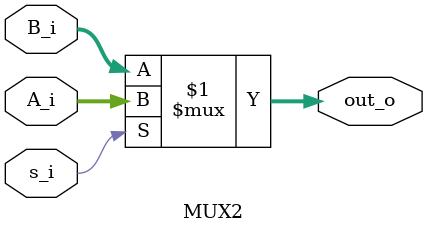
<source format=sv>
module MUX2 #(
    parameter INPUT_WIDTH = 32
)(
    input wire [INPUT_WIDTH - 1:0]      A_i,
    input wire [INPUT_WIDTH - 1:0]      B_i,
    input wire                          s_i,
    output logic [INPUT_WIDTH-1:0]      out_o
);

    assign out_o = s_i ? A_i:B_i; 

endmodule
</source>
